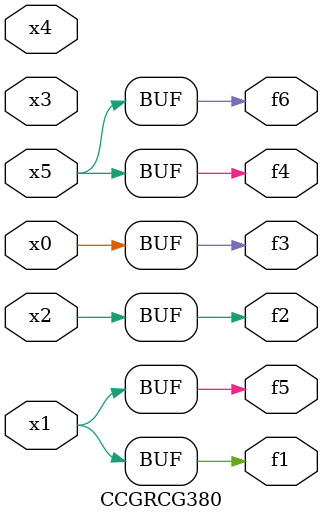
<source format=v>
module CCGRCG380(
	input x0, x1, x2, x3, x4, x5,
	output f1, f2, f3, f4, f5, f6
);
	assign f1 = x1;
	assign f2 = x2;
	assign f3 = x0;
	assign f4 = x5;
	assign f5 = x1;
	assign f6 = x5;
endmodule

</source>
